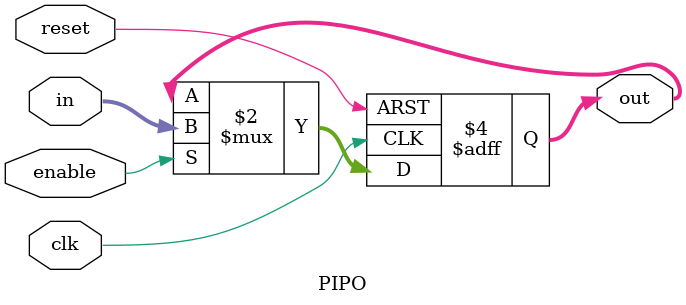
<source format=v>
module PIPO #(
  parameter WIDTH=8
)(
  input wire [WIDTH-1:0] in,
  input wire clk,reset,enable,
  output reg [WIDTH-1:0] out
);
  always@(posedge clk or posedge reset) begin
    if (reset) begin
      out<=0;
    end
    else if (enable) begin
      out<=in;
    end
  end
endmodule

</source>
